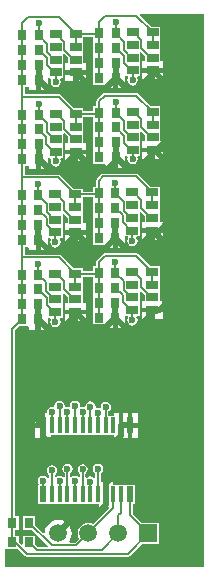
<source format=gtl>
%FSLAX44Y44*%
%MOMM*%
G71*
G01*
G75*
G04 Layer_Physical_Order=1*
G04 Layer_Color=255*
%ADD10R,1.0000X0.7250*%
%ADD11R,0.8000X0.9000*%
%ADD12R,0.6000X1.3500*%
%ADD13R,0.4000X1.3500*%
%ADD14C,0.5000*%
%ADD15C,0.2540*%
%ADD16C,0.2000*%
%ADD17R,1.5000X1.5000*%
%ADD18C,1.5000*%
%ADD19C,0.6000*%
G36*
X692145Y777855D02*
X523855D01*
Y793030D01*
X524910D01*
Y793030D01*
X534941D01*
X540449Y787522D01*
X541210Y787013D01*
X542107Y786835D01*
X542107Y786835D01*
X627890D01*
X627890Y786835D01*
X628787Y787013D01*
X629548Y787522D01*
X639676Y797650D01*
X653960D01*
Y815250D01*
X639676D01*
X631995Y822931D01*
Y831340D01*
X633950D01*
Y847440D01*
X615150D01*
Y850140D01*
X611150D01*
Y839390D01*
Y828640D01*
X611574D01*
X612060Y827467D01*
X598750Y814157D01*
X596657Y815023D01*
X594360Y815326D01*
X592063Y815023D01*
X589922Y814137D01*
X588084Y812726D01*
X586673Y810888D01*
X585787Y808747D01*
X585484Y806450D01*
X585787Y804153D01*
X586653Y802060D01*
X583229Y798635D01*
X578895D01*
X578333Y799774D01*
X579005Y800650D01*
X580164Y803448D01*
X580559Y806450D01*
X580164Y809452D01*
X579005Y812250D01*
X577162Y814652D01*
X574760Y816495D01*
X571962Y817654D01*
X568960Y818049D01*
X565958Y817654D01*
X563160Y816495D01*
X560758Y814652D01*
X558915Y812250D01*
X557756Y809452D01*
X557438Y807039D01*
X556236Y806631D01*
X549510Y813356D01*
Y821140D01*
X538910D01*
Y809540D01*
X546693D01*
X560235Y795998D01*
X559749Y794825D01*
X551531D01*
X549510Y796846D01*
Y804630D01*
X538910D01*
Y797353D01*
X537737Y796867D01*
X535510Y799094D01*
Y804630D01*
X532555D01*
Y809540D01*
X535510D01*
Y821140D01*
X532555D01*
Y978566D01*
X535749Y981760D01*
X543532D01*
D01*
X543532D01*
X544232Y981060D01*
Y979060D01*
X550232D01*
Y987560D01*
X554232D01*
Y979060D01*
X560232D01*
Y988985D01*
X560262D01*
Y988985D01*
X562359D01*
X562958Y987865D01*
X562512Y987198D01*
X562178Y985520D01*
X562512Y983842D01*
X563462Y982420D01*
X564884Y981469D01*
X566562Y981136D01*
X568240Y981469D01*
X569662Y982420D01*
X570613Y983842D01*
X570947Y985520D01*
X570613Y987198D01*
X570167Y987865D01*
X570766Y988985D01*
X572862D01*
Y998835D01*
X572862D01*
X572862Y999735D01*
X572862Y999735D01*
Y999735D01*
Y1009257D01*
X574036Y1009743D01*
X577262Y1006516D01*
Y1001535D01*
X574562D01*
Y995910D01*
X592562D01*
Y1001535D01*
X589862D01*
Y1009585D01*
X589862D01*
X589862Y1010485D01*
X589862Y1010485D01*
Y1010485D01*
Y1020335D01*
X589862D01*
X589862Y1021235D01*
X589862Y1021235D01*
Y1021235D01*
Y1023815D01*
X598092D01*
Y1021150D01*
X598092D01*
X598092Y1020425D01*
X598092D01*
Y1008825D01*
X598092D01*
X598092Y1007725D01*
X598092D01*
Y996125D01*
X598092D01*
X598092Y995025D01*
X598092D01*
Y983425D01*
X608692D01*
D01*
X608692D01*
X609392Y982725D01*
Y980725D01*
X615392D01*
Y989225D01*
X619392D01*
Y980725D01*
X625392D01*
Y990650D01*
X625422D01*
Y990650D01*
X627783D01*
X628382Y989530D01*
X627672Y988468D01*
X627338Y986790D01*
X627672Y985112D01*
X628622Y983690D01*
X630045Y982739D01*
X631722Y982406D01*
X633400Y982739D01*
X634822Y983690D01*
X635773Y985112D01*
X636106Y986790D01*
X635773Y988468D01*
X635063Y989530D01*
X635662Y990650D01*
X638022D01*
Y1000500D01*
X638022D01*
X638022Y1001400D01*
X638022Y1001400D01*
Y1001400D01*
Y1010921D01*
X639196Y1011408D01*
X642422Y1008181D01*
Y1003200D01*
X639722D01*
Y997575D01*
X657722D01*
Y1003200D01*
X655022D01*
Y1011250D01*
X655022D01*
X655022Y1012150D01*
X655022Y1012150D01*
Y1012150D01*
Y1022000D01*
X655022D01*
X655022Y1022900D01*
X655022Y1022900D01*
Y1022900D01*
Y1032750D01*
X647114D01*
X636758Y1043106D01*
X635997Y1043614D01*
X635100Y1043793D01*
X635099Y1043793D01*
X608378D01*
X608378Y1043793D01*
X607480Y1043614D01*
X606720Y1043106D01*
X601734Y1038120D01*
X601226Y1037360D01*
X601047Y1036462D01*
X601047Y1036462D01*
Y1032750D01*
X598092D01*
Y1028505D01*
X589862D01*
Y1031085D01*
X581954D01*
X571248Y1041790D01*
X570487Y1042299D01*
X569590Y1042477D01*
X569590Y1042477D01*
X540577D01*
Y1049070D01*
X543532D01*
D01*
X543532D01*
X544232Y1048370D01*
Y1046370D01*
X550232D01*
Y1054870D01*
X554232D01*
Y1046370D01*
X560232D01*
Y1056295D01*
X560262D01*
Y1056295D01*
X562359D01*
X562958Y1055175D01*
X562512Y1054508D01*
X562178Y1052830D01*
X562512Y1051152D01*
X563462Y1049730D01*
X564884Y1048780D01*
X566562Y1048446D01*
X568240Y1048780D01*
X569662Y1049730D01*
X570613Y1051152D01*
X570947Y1052830D01*
X570613Y1054508D01*
X570167Y1055175D01*
X570766Y1056295D01*
X572862D01*
Y1066145D01*
X572862D01*
X572862Y1067045D01*
X572862Y1067045D01*
Y1067045D01*
Y1076566D01*
X574036Y1077053D01*
X577262Y1073826D01*
Y1068845D01*
X574562D01*
Y1063220D01*
X592562D01*
Y1068845D01*
X589862D01*
Y1076895D01*
X589862D01*
X589862Y1077795D01*
X589862Y1077795D01*
Y1077795D01*
Y1087645D01*
X589862D01*
X589862Y1088545D01*
X589862Y1088545D01*
Y1088545D01*
Y1091125D01*
X598092D01*
Y1088460D01*
X598092D01*
X598092Y1087735D01*
X598092D01*
Y1076135D01*
X598092D01*
X598092Y1075035D01*
X598092D01*
Y1063435D01*
X598092D01*
X598092Y1062335D01*
X598092D01*
Y1050735D01*
X608692D01*
D01*
X608692D01*
X609392Y1050035D01*
Y1048035D01*
X615392D01*
Y1056535D01*
X619392D01*
Y1048035D01*
X625392D01*
Y1057960D01*
X625422D01*
Y1057960D01*
X627783D01*
X628382Y1056840D01*
X627672Y1055778D01*
X627338Y1054100D01*
X627672Y1052422D01*
X628622Y1051000D01*
X630045Y1050050D01*
X631722Y1049716D01*
X633400Y1050050D01*
X634822Y1051000D01*
X635773Y1052422D01*
X636106Y1054100D01*
X635773Y1055778D01*
X635063Y1056840D01*
X635662Y1057960D01*
X638022D01*
Y1067810D01*
X638022D01*
X638022Y1068710D01*
X638022Y1068710D01*
Y1068710D01*
Y1078232D01*
X639196Y1078718D01*
X642422Y1075491D01*
Y1070510D01*
X639722D01*
Y1064885D01*
X657722D01*
Y1070510D01*
X655022D01*
Y1078560D01*
X655022D01*
X655022Y1079460D01*
X655022Y1079460D01*
Y1079460D01*
Y1089310D01*
X655022D01*
X655022Y1090210D01*
X655022Y1090210D01*
Y1090210D01*
Y1100060D01*
X647114D01*
X636758Y1110416D01*
X635997Y1110924D01*
X635100Y1111103D01*
X635099Y1111103D01*
X607108D01*
X606210Y1110924D01*
X605906Y1110721D01*
X605449Y1110416D01*
X605449Y1110416D01*
X601734Y1106701D01*
X601226Y1105940D01*
X601047Y1105042D01*
X601047Y1105042D01*
Y1100060D01*
X598092D01*
Y1095815D01*
X589862D01*
Y1098395D01*
X581954D01*
X570742Y1109607D01*
X569981Y1110115D01*
X569083Y1110294D01*
X569083Y1110294D01*
X540825D01*
Y1117255D01*
X543780D01*
D01*
X543780D01*
X544480Y1116555D01*
Y1114555D01*
X550480D01*
Y1123055D01*
X554480D01*
Y1114555D01*
X560480D01*
Y1124480D01*
X560510D01*
Y1124480D01*
X562343D01*
X562941Y1123360D01*
X562760Y1123088D01*
X562426Y1121410D01*
X562760Y1119732D01*
X563710Y1118310D01*
X565132Y1117359D01*
X566810Y1117026D01*
X568488Y1117359D01*
X569910Y1118310D01*
X570860Y1119732D01*
X571194Y1121410D01*
X570860Y1123088D01*
X570679Y1123360D01*
X571277Y1124480D01*
X573110D01*
Y1134330D01*
X573110D01*
X573110Y1135230D01*
X573110Y1135230D01*
Y1135230D01*
Y1144752D01*
X574283Y1145238D01*
X577510Y1142011D01*
Y1137030D01*
X574810D01*
Y1131405D01*
X592810D01*
Y1137030D01*
X590110D01*
Y1145080D01*
X590110D01*
X590110Y1145980D01*
X590110Y1145980D01*
Y1145980D01*
Y1155830D01*
X590110D01*
X590110Y1156730D01*
X590110Y1156730D01*
Y1156730D01*
Y1159310D01*
X598340D01*
Y1156645D01*
X598340D01*
X598340Y1155920D01*
X598340D01*
Y1144320D01*
X598340D01*
X598340Y1143220D01*
X598340D01*
Y1131620D01*
X598340D01*
X598340Y1130520D01*
X598340D01*
Y1118920D01*
X608940D01*
D01*
X608940D01*
X609640Y1118220D01*
Y1116220D01*
X615640D01*
Y1124720D01*
X619640D01*
Y1116220D01*
X625640D01*
Y1126145D01*
X625670D01*
Y1126145D01*
X627439D01*
X628038Y1125025D01*
X627920Y1124848D01*
X627586Y1123170D01*
X627920Y1121492D01*
X628870Y1120070D01*
X630292Y1119119D01*
X631970Y1118786D01*
X633648Y1119119D01*
X635070Y1120070D01*
X636021Y1121492D01*
X636354Y1123170D01*
X636021Y1124848D01*
X635902Y1125025D01*
X636501Y1126145D01*
X638270D01*
Y1135995D01*
X638270D01*
X638270Y1136895D01*
X638270Y1136895D01*
Y1136895D01*
Y1146416D01*
X639443Y1146903D01*
X642670Y1143676D01*
Y1138695D01*
X639970D01*
Y1133070D01*
X657970D01*
Y1138695D01*
X655270D01*
Y1146745D01*
X655270D01*
X655270Y1147645D01*
X655270Y1147645D01*
Y1147645D01*
Y1157495D01*
X655270D01*
X655270Y1158395D01*
X655270Y1158395D01*
Y1158395D01*
Y1168245D01*
X647361D01*
X636858Y1178748D01*
X636097Y1179257D01*
X635200Y1179435D01*
X635200Y1179435D01*
X608130D01*
X607233Y1179257D01*
X606928Y1179053D01*
X606472Y1178748D01*
X606472Y1178748D01*
X601982Y1174258D01*
X601473Y1173497D01*
X601295Y1172600D01*
X601295Y1172600D01*
Y1168245D01*
X598340D01*
Y1164000D01*
X590110D01*
Y1166580D01*
X582201D01*
X571103Y1177678D01*
X570342Y1178186D01*
X569445Y1178365D01*
X569445Y1178365D01*
X540825D01*
Y1184565D01*
X543780D01*
D01*
X543780D01*
X544480Y1183865D01*
Y1181865D01*
X550480D01*
Y1190365D01*
X554480D01*
Y1181865D01*
X560480D01*
Y1191790D01*
X560510D01*
Y1191790D01*
X562343D01*
X562941Y1190670D01*
X562760Y1190398D01*
X562426Y1188720D01*
X562760Y1187042D01*
X563710Y1185620D01*
X565132Y1184669D01*
X566810Y1184336D01*
X568488Y1184669D01*
X569910Y1185620D01*
X570860Y1187042D01*
X571194Y1188720D01*
X570860Y1190398D01*
X570679Y1190670D01*
X571277Y1191790D01*
X573110D01*
Y1201640D01*
X573110D01*
X573110Y1202540D01*
X573110Y1202540D01*
Y1202540D01*
Y1212061D01*
X574283Y1212548D01*
X577510Y1209321D01*
Y1204340D01*
X574810D01*
Y1198715D01*
X592810D01*
Y1204340D01*
X590110D01*
Y1212390D01*
X590110D01*
X590110Y1213290D01*
X590110Y1213290D01*
Y1213290D01*
Y1223140D01*
X590110D01*
X590110Y1224040D01*
X590110Y1224040D01*
Y1224040D01*
Y1226620D01*
X598340D01*
Y1223955D01*
X598340D01*
X598340Y1223230D01*
X598340D01*
Y1211630D01*
X598340D01*
X598340Y1210530D01*
X598340D01*
Y1198930D01*
X598340D01*
X598340Y1197830D01*
X598340D01*
Y1186230D01*
X608940D01*
D01*
X608940D01*
X609640Y1185530D01*
Y1183530D01*
X615640D01*
Y1192030D01*
X619640D01*
Y1183530D01*
X625640D01*
Y1193455D01*
X625670D01*
Y1193455D01*
X627767D01*
X628365Y1192335D01*
X627920Y1191668D01*
X627586Y1189990D01*
X627920Y1188312D01*
X628870Y1186890D01*
X630292Y1185939D01*
X631970Y1185606D01*
X633648Y1185939D01*
X635070Y1186890D01*
X636021Y1188312D01*
X636354Y1189990D01*
X636021Y1191668D01*
X635575Y1192335D01*
X636173Y1193455D01*
X638270D01*
Y1203305D01*
X638270D01*
X638270Y1204205D01*
X638270Y1204205D01*
Y1204205D01*
Y1213727D01*
X639443Y1214213D01*
X642670Y1210986D01*
Y1206005D01*
X639970D01*
Y1200380D01*
X657970D01*
Y1206005D01*
X655270D01*
Y1214055D01*
X655270D01*
X655270Y1214955D01*
X655270Y1214955D01*
Y1214955D01*
Y1224805D01*
X655270D01*
X655270Y1225705D01*
X655270Y1225705D01*
Y1225705D01*
Y1235555D01*
X647361D01*
X637945Y1244972D01*
X638431Y1246145D01*
X692145D01*
Y777855D01*
D02*
G37*
%LPC*%
G36*
X581562Y991910D02*
X574562D01*
Y986285D01*
X581562D01*
Y991910D01*
D02*
G37*
G36*
X570150Y918704D02*
X568472Y918370D01*
X567050Y917420D01*
X566099Y915998D01*
X565766Y914320D01*
X565805Y914122D01*
X564907Y913224D01*
X563650Y913474D01*
X561972Y913140D01*
X560550Y912190D01*
X559599Y910768D01*
X559266Y909090D01*
X558896Y908640D01*
X558150D01*
Y897890D01*
Y887140D01*
X563150D01*
Y889840D01*
X616150D01*
Y887140D01*
X620150D01*
Y897890D01*
Y908640D01*
X616150D01*
Y905940D01*
X611495D01*
Y909975D01*
X612250Y910480D01*
X613200Y911902D01*
X613534Y913580D01*
X613200Y915258D01*
X612250Y916680D01*
X610828Y917630D01*
X609150Y917964D01*
X607472Y917630D01*
X606050Y916680D01*
X605099Y915258D01*
X604766Y913580D01*
X604766Y913580D01*
X604766Y913580D01*
X604328Y912701D01*
D01*
X604328Y912701D01*
X602650Y913034D01*
X601393Y912784D01*
X600495Y913682D01*
X600534Y913880D01*
X600201Y915558D01*
X599250Y916980D01*
X597828Y917931D01*
X596150Y918264D01*
X594472Y917931D01*
X593050Y916980D01*
X592099Y915558D01*
X591766Y913880D01*
X591766Y913880D01*
X591766Y913880D01*
X591328Y913001D01*
D01*
X591328Y913001D01*
X589650Y913334D01*
X588393Y913084D01*
X587495Y913982D01*
X587534Y914180D01*
X587200Y915858D01*
X586250Y917280D01*
X584828Y918231D01*
X583150Y918564D01*
X581472Y918231D01*
X580050Y917280D01*
X579099Y915858D01*
X578766Y914180D01*
X578766Y914180D01*
X578766Y914180D01*
X578328Y913301D01*
D01*
X578328Y913301D01*
X576650Y913634D01*
X575426Y913391D01*
X574528Y914289D01*
X574534Y914320D01*
X574200Y915998D01*
X573250Y917420D01*
X571828Y918370D01*
X570150Y918704D01*
D02*
G37*
G36*
X592562Y991910D02*
X585562D01*
Y986285D01*
X592562D01*
Y991910D01*
D02*
G37*
G36*
X657722Y993575D02*
X650722D01*
Y987950D01*
X657722D01*
Y993575D01*
D02*
G37*
G36*
X646722D02*
X639722D01*
Y987950D01*
X646722D01*
Y993575D01*
D02*
G37*
G36*
X636650Y908640D02*
X631650D01*
Y899890D01*
X636650D01*
Y908640D01*
D02*
G37*
G36*
X554150Y895890D02*
X549150D01*
Y887140D01*
X554150D01*
Y895890D01*
D02*
G37*
G36*
X602650Y865444D02*
X600972Y865110D01*
X599550Y864160D01*
X598599Y862738D01*
X598266Y861060D01*
X598599Y859382D01*
X599550Y857960D01*
X600305Y857455D01*
Y854185D01*
X599837Y853872D01*
X599185Y853524D01*
X597828Y854431D01*
X596150Y854764D01*
X594472Y854431D01*
X593115Y853524D01*
X592463Y853872D01*
X591995Y854185D01*
Y857085D01*
X592750Y857590D01*
X593700Y859012D01*
X594034Y860690D01*
X593700Y862368D01*
X592750Y863790D01*
X591328Y864741D01*
X589650Y865074D01*
X587972Y864741D01*
X586550Y863790D01*
X585599Y862368D01*
X585266Y860690D01*
X585599Y859012D01*
X586550Y857590D01*
X587305Y857085D01*
Y854485D01*
X586837Y854172D01*
X586185Y853824D01*
X584828Y854731D01*
X583150Y855064D01*
X581472Y854731D01*
X580115Y853824D01*
X579463Y854172D01*
X578995Y854485D01*
Y857455D01*
X579750Y857960D01*
X580700Y859382D01*
X581034Y861060D01*
X580700Y862738D01*
X579750Y864160D01*
X578328Y865110D01*
X576650Y865444D01*
X574972Y865110D01*
X573550Y864160D01*
X572599Y862738D01*
X572266Y861060D01*
X572599Y859382D01*
X573550Y857960D01*
X574305Y857455D01*
Y854625D01*
X573837Y854312D01*
X573185Y853964D01*
X571828Y854870D01*
X570150Y855204D01*
X568472Y854870D01*
X567115Y853964D01*
X566463Y854312D01*
X565995Y854625D01*
Y856185D01*
X566750Y856690D01*
X567700Y858112D01*
X568034Y859790D01*
X567700Y861468D01*
X566750Y862890D01*
X565328Y863840D01*
X563650Y864174D01*
X561972Y863840D01*
X560550Y862890D01*
X559599Y861468D01*
X559266Y859790D01*
X559599Y858112D01*
X560550Y856690D01*
X561305Y856185D01*
Y853113D01*
X560089Y852744D01*
X559250Y854000D01*
X557828Y854950D01*
X556150Y855284D01*
X554472Y854950D01*
X553050Y854000D01*
X552099Y852578D01*
X551766Y850900D01*
X552099Y849222D01*
X552542Y848560D01*
X551943Y847440D01*
X551850D01*
Y831340D01*
X603150D01*
Y828640D01*
X607150D01*
Y839390D01*
Y850140D01*
X604995D01*
Y857455D01*
X605750Y857960D01*
X606701Y859382D01*
X607034Y861060D01*
X606701Y862738D01*
X605750Y864160D01*
X604328Y865110D01*
X602650Y865444D01*
D02*
G37*
G36*
X627650Y908640D02*
X624150D01*
Y897890D01*
Y887140D01*
X627650D01*
Y897890D01*
Y908640D01*
D02*
G37*
G36*
X554150D02*
X549150D01*
Y899890D01*
X554150D01*
Y908640D01*
D02*
G37*
G36*
X636650Y895890D02*
X631650D01*
Y887140D01*
X636650D01*
Y895890D01*
D02*
G37*
G36*
X581562Y1059220D02*
X574562D01*
Y1053595D01*
X581562D01*
Y1059220D01*
D02*
G37*
G36*
X581810Y1194715D02*
X574810D01*
Y1189090D01*
X581810D01*
Y1194715D01*
D02*
G37*
G36*
X657970Y1129070D02*
X650970D01*
Y1123445D01*
X657970D01*
Y1129070D01*
D02*
G37*
G36*
X592810Y1194715D02*
X585810D01*
Y1189090D01*
X592810D01*
Y1194715D01*
D02*
G37*
G36*
X657970Y1196380D02*
X650970D01*
Y1190755D01*
X657970D01*
Y1196380D01*
D02*
G37*
G36*
X646970D02*
X639970D01*
Y1190755D01*
X646970D01*
Y1196380D01*
D02*
G37*
G36*
Y1129070D02*
X639970D01*
Y1123445D01*
X646970D01*
Y1129070D01*
D02*
G37*
G36*
X646722Y1060885D02*
X639722D01*
Y1055260D01*
X646722D01*
Y1060885D01*
D02*
G37*
G36*
X592562Y1059220D02*
X585562D01*
Y1053595D01*
X592562D01*
Y1059220D01*
D02*
G37*
G36*
X657722Y1060885D02*
X650722D01*
Y1055260D01*
X657722D01*
Y1060885D01*
D02*
G37*
G36*
X592810Y1127405D02*
X585810D01*
Y1121780D01*
X592810D01*
Y1127405D01*
D02*
G37*
G36*
X581810D02*
X574810D01*
Y1121780D01*
X581810D01*
Y1127405D01*
D02*
G37*
%LPD*%
D10*
X566810Y1161655D02*
D03*
Y1150905D02*
D03*
Y1140155D02*
D03*
Y1129405D02*
D03*
X583810Y1161655D02*
D03*
Y1150905D02*
D03*
Y1140155D02*
D03*
Y1129405D02*
D03*
X566562Y1026160D02*
D03*
Y1015410D02*
D03*
Y1004660D02*
D03*
Y993910D02*
D03*
X583562Y1026160D02*
D03*
Y1015410D02*
D03*
Y1004660D02*
D03*
Y993910D02*
D03*
X566562Y1093470D02*
D03*
Y1082720D02*
D03*
Y1071970D02*
D03*
Y1061220D02*
D03*
X583562Y1093470D02*
D03*
Y1082720D02*
D03*
Y1071970D02*
D03*
Y1061220D02*
D03*
X631722Y1027825D02*
D03*
Y1017075D02*
D03*
Y1006325D02*
D03*
Y995575D02*
D03*
X648722Y1027825D02*
D03*
Y1017075D02*
D03*
Y1006325D02*
D03*
Y995575D02*
D03*
X566810Y1228965D02*
D03*
Y1218215D02*
D03*
Y1207465D02*
D03*
Y1196715D02*
D03*
X583810Y1228965D02*
D03*
Y1218215D02*
D03*
Y1207465D02*
D03*
Y1196715D02*
D03*
X631970Y1163320D02*
D03*
Y1152570D02*
D03*
Y1141820D02*
D03*
Y1131070D02*
D03*
X648970Y1163320D02*
D03*
Y1152570D02*
D03*
Y1141820D02*
D03*
Y1131070D02*
D03*
X631722Y1095135D02*
D03*
Y1084385D02*
D03*
Y1073635D02*
D03*
Y1062885D02*
D03*
X648722Y1095135D02*
D03*
Y1084385D02*
D03*
Y1073635D02*
D03*
Y1062885D02*
D03*
X631970Y1230630D02*
D03*
Y1219880D02*
D03*
Y1209130D02*
D03*
Y1198380D02*
D03*
X648970Y1230630D02*
D03*
Y1219880D02*
D03*
Y1209130D02*
D03*
Y1198380D02*
D03*
D11*
X552480Y1160780D02*
D03*
X538480D02*
D03*
X552480Y1148455D02*
D03*
X538480D02*
D03*
Y1190365D02*
D03*
X552480D02*
D03*
X603640Y1137420D02*
D03*
X617640D02*
D03*
X538480Y1135755D02*
D03*
X552480D02*
D03*
X603640Y1124720D02*
D03*
X617640D02*
D03*
X538480Y1123055D02*
D03*
X552480D02*
D03*
Y1228090D02*
D03*
X538480D02*
D03*
Y1203065D02*
D03*
X552480D02*
D03*
Y1215765D02*
D03*
X538480D02*
D03*
X603392Y1081935D02*
D03*
X617392D02*
D03*
X603640Y1192030D02*
D03*
X617640D02*
D03*
X603640Y1162445D02*
D03*
X617640D02*
D03*
X603392Y1069235D02*
D03*
X617392D02*
D03*
X603392Y1094260D02*
D03*
X617392D02*
D03*
X603392Y1056535D02*
D03*
X617392D02*
D03*
X603640Y1204730D02*
D03*
X617640D02*
D03*
Y1217430D02*
D03*
X603640D02*
D03*
X617640Y1229755D02*
D03*
X603640D02*
D03*
X538232Y1054870D02*
D03*
X552232D02*
D03*
X530210Y815340D02*
D03*
X544210D02*
D03*
X530210Y798830D02*
D03*
X544210D02*
D03*
X538232Y1025285D02*
D03*
X552232D02*
D03*
X538232Y987560D02*
D03*
X552232D02*
D03*
X538232Y1000260D02*
D03*
X552232D02*
D03*
X603392Y1001925D02*
D03*
X617392D02*
D03*
X603392Y1026950D02*
D03*
X617392D02*
D03*
X603392Y1014625D02*
D03*
X617392D02*
D03*
X538232Y1092595D02*
D03*
X552232D02*
D03*
X538232Y1080270D02*
D03*
X552232D02*
D03*
X538232Y1012960D02*
D03*
X552232D02*
D03*
X603392Y989225D02*
D03*
X617392D02*
D03*
X603640Y1150120D02*
D03*
X617640D02*
D03*
X538232Y1067570D02*
D03*
X552232D02*
D03*
D12*
X629650Y897890D02*
D03*
X556150D02*
D03*
X629650Y839390D02*
D03*
X556150D02*
D03*
D13*
X622150Y897890D02*
D03*
X615650D02*
D03*
X609150D02*
D03*
X602650D02*
D03*
X596150D02*
D03*
X589650D02*
D03*
X583150D02*
D03*
X576650D02*
D03*
X570150D02*
D03*
X563650D02*
D03*
X622150Y839390D02*
D03*
X615650D02*
D03*
X609150D02*
D03*
X602650D02*
D03*
X596150D02*
D03*
X589650D02*
D03*
X583150D02*
D03*
X576650D02*
D03*
X570150D02*
D03*
X563650D02*
D03*
D14*
X618490Y858520D02*
Y885190D01*
X609150Y849180D02*
X618490Y858520D01*
X609150Y839390D02*
Y849180D01*
Y830130D02*
Y839390D01*
X583562Y991232D02*
Y993910D01*
X570230Y977900D02*
X583562Y991232D01*
X561892Y977900D02*
X570230D01*
X552232Y987560D02*
X561892Y977900D01*
X607337Y979170D02*
X617392Y989225D01*
X598302Y979170D02*
X607337D01*
X583562Y993910D02*
X598302Y979170D01*
X633730Y977900D02*
X648722Y992892D01*
X628717Y977900D02*
X633730D01*
X617392Y989225D02*
X628717Y977900D01*
X648722Y992892D02*
Y995575D01*
X659130Y999490D02*
Y1052477D01*
X655215Y995575D02*
X659130Y999490D01*
X650232Y995575D02*
X655215D01*
X651969Y1059639D02*
X659130Y1052477D01*
X648722Y1060202D02*
Y1062885D01*
X635000Y1046480D02*
X648722Y1060202D01*
X627447Y1046480D02*
X635000D01*
X617392Y1056535D02*
X627447Y1046480D01*
X607337D02*
X617392Y1056535D01*
X598302Y1046480D02*
X607337D01*
X583562Y1061220D02*
X598302Y1046480D01*
X570230Y1045210D02*
X583562Y1058542D01*
X561892Y1045210D02*
X570230D01*
X552232Y1054870D02*
X561892Y1045210D01*
X583562Y1058542D02*
Y1061220D01*
X648722Y1062885D02*
X655215D01*
X660400Y1068070D01*
Y1121150D01*
X651380Y1130170D02*
X660400Y1121150D01*
X648970Y1127760D02*
Y1131070D01*
X637540Y1116330D02*
X648970Y1127760D01*
X626030Y1116330D02*
X637540D01*
X617640Y1124720D02*
X626030Y1116330D01*
X610870Y1115060D02*
X617640Y1121830D01*
X598155Y1115060D02*
X610870D01*
X583810Y1129405D02*
X598155Y1115060D01*
X583810Y1127370D02*
Y1129405D01*
X570230Y1113790D02*
X583810Y1127370D01*
X561745Y1113790D02*
X570230D01*
X552480Y1123055D02*
X561745Y1113790D01*
X660400Y1139190D02*
Y1186950D01*
X651380Y1130170D02*
X660400Y1139190D01*
X648970Y1198380D02*
X660400Y1186950D01*
X648970Y1195070D02*
Y1198380D01*
X636270Y1182370D02*
X648970Y1195070D01*
X627300Y1182370D02*
X636270D01*
X617640Y1192030D02*
X627300Y1182370D01*
X609250Y1183640D02*
X617640Y1192030D01*
X596885Y1183640D02*
X609250D01*
X583810Y1196715D02*
X596885Y1183640D01*
X583810Y1188330D02*
Y1196715D01*
X576580Y1181100D02*
X583810Y1188330D01*
X561745Y1181100D02*
X576580D01*
X552480Y1190365D02*
X561745Y1181100D01*
X617392Y989225D02*
Y1001925D01*
X617640Y1192030D02*
Y1204730D01*
X552480Y1190365D02*
Y1203065D01*
X617640Y1124720D02*
Y1137420D01*
X552232Y1054870D02*
Y1067570D01*
X552480Y1123055D02*
Y1135755D01*
X552232Y987560D02*
Y1000260D01*
X617392Y1056535D02*
Y1069235D01*
X568960Y806450D02*
X586740Y824230D01*
X603250D01*
X609150Y830130D01*
X622150Y897890D02*
X629650D01*
X556150Y887840D02*
Y897890D01*
X622150Y888850D02*
Y897890D01*
X556150Y887840D02*
X558800Y885190D01*
X618490D01*
X622150Y888850D01*
X552232Y901808D02*
Y987560D01*
Y901808D02*
X556150Y897890D01*
D15*
X617640Y1121830D02*
Y1124720D01*
D16*
X603392Y989225D02*
Y1001925D01*
Y1014625D01*
X647595Y1006325D02*
X648722D01*
X639022Y1014897D02*
X647595Y1006325D01*
X639022Y1014897D02*
Y1021653D01*
X632850Y1027825D02*
X639022Y1021653D01*
X631722Y1027825D02*
X632850D01*
X630595Y995575D02*
X631722D01*
X623692Y1002477D02*
X630595Y995575D01*
X623692Y1002477D02*
Y1008295D01*
X617392Y1014595D02*
X623692Y1008295D01*
X630595Y1006325D02*
X631722D01*
X624422Y1012497D02*
X630595Y1006325D01*
X624422Y1012497D02*
Y1019920D01*
X617392Y1026950D02*
X624422Y1019920D01*
X630842Y1198380D02*
X631970D01*
X624610Y1204612D02*
X630842Y1198380D01*
X624610Y1204612D02*
Y1210460D01*
X617640Y1217430D02*
X624610Y1210460D01*
X630842Y1209130D02*
X631970D01*
X624610Y1215362D02*
X630842Y1209130D01*
X624610Y1215362D02*
Y1222785D01*
X617640Y1229755D02*
X624610Y1222785D01*
X603640Y1192030D02*
Y1204730D01*
Y1217430D01*
X647842Y1209130D02*
X648970D01*
X639270Y1217702D02*
X647842Y1209130D01*
X639270Y1217702D02*
Y1224458D01*
X633098Y1230630D02*
X639270Y1224458D01*
X631970Y1230630D02*
X633098D01*
X538480Y1190365D02*
Y1203065D01*
Y1215765D01*
Y1228090D01*
X565682Y1196715D02*
X566810D01*
X559450Y1202947D02*
X565682Y1196715D01*
X559450Y1202947D02*
Y1208795D01*
X552480Y1215765D02*
X559450Y1208795D01*
X565682Y1207465D02*
X566810D01*
X559450Y1213697D02*
X565682Y1207465D01*
X559450Y1213697D02*
Y1221120D01*
X552480Y1228090D02*
X559450Y1221120D01*
X582682Y1207465D02*
X583810D01*
X574110Y1216037D02*
X582682Y1207465D01*
X574110Y1216037D02*
Y1222793D01*
X567938Y1228965D02*
X574110Y1222793D01*
X603640Y1124720D02*
Y1137420D01*
Y1150120D01*
X630842Y1131070D02*
X631970D01*
X624610Y1137302D02*
X630842Y1131070D01*
X624610Y1137302D02*
Y1143150D01*
X617640Y1150120D02*
X624610Y1143150D01*
X630842Y1141820D02*
X631970D01*
X624670Y1147992D02*
X630842Y1141820D01*
X624670Y1147992D02*
Y1155415D01*
X617640Y1162445D02*
X624670Y1155415D01*
X647842Y1141820D02*
X648970D01*
X639270Y1150392D02*
X647842Y1141820D01*
X639270Y1150392D02*
Y1157148D01*
X633098Y1163320D02*
X639270Y1157148D01*
X538232Y1054870D02*
Y1067570D01*
Y1080270D01*
Y1092595D01*
X565435Y1061220D02*
X566562D01*
X559202Y1067452D02*
X565435Y1061220D01*
X559202Y1067452D02*
Y1073300D01*
X552232Y1080270D02*
X559202Y1073300D01*
X565435Y1071970D02*
X566562D01*
X559262Y1078142D02*
X565435Y1071970D01*
X559262Y1078142D02*
Y1085565D01*
X552232Y1092595D02*
X559262Y1085565D01*
X582435Y1071970D02*
X583562D01*
X573862Y1080542D02*
X582435Y1071970D01*
X573862Y1080542D02*
Y1087298D01*
X567690Y1093470D02*
X573862Y1087298D01*
X538480Y1123055D02*
Y1135755D01*
Y1148455D01*
Y1160780D01*
X582682Y1140155D02*
X583810D01*
X574110Y1148727D02*
X582682Y1140155D01*
X574110Y1148727D02*
Y1155483D01*
X567938Y1161655D02*
X574110Y1155483D01*
X565682Y1129405D02*
X566810D01*
X558780Y1136307D02*
X565682Y1129405D01*
X558780Y1136307D02*
Y1142155D01*
X552480Y1148455D02*
X558780Y1142155D01*
X565682Y1140155D02*
X566810D01*
X559510Y1146327D02*
X565682Y1140155D01*
X559510Y1146327D02*
Y1153750D01*
X552480Y1160780D02*
X559510Y1153750D01*
X538232Y987560D02*
Y1000260D01*
Y1012960D01*
Y1025285D01*
X565435Y993910D02*
X566562D01*
X559262Y1000082D02*
X565435Y993910D01*
X559262Y1000082D02*
Y1005930D01*
X552232Y1012960D02*
X559262Y1005930D01*
X565435Y1004660D02*
X566562D01*
X558532Y1011562D02*
X565435Y1004660D01*
X558532Y1011562D02*
Y1018985D01*
X552232Y1025285D02*
X558532Y1018985D01*
X582435Y1004660D02*
X583562D01*
X573862Y1013232D02*
X582435Y1004660D01*
X573862Y1013232D02*
Y1019988D01*
X567690Y1026160D02*
X573862Y1019988D01*
X603392Y1056535D02*
Y1069235D01*
Y1081935D01*
X647595Y1073635D02*
X648722D01*
X639022Y1082207D02*
X647595Y1073635D01*
X639022Y1082207D02*
Y1088963D01*
X632850Y1095135D02*
X639022Y1088963D01*
X630595Y1062885D02*
X631722D01*
X623692Y1069787D02*
X630595Y1062885D01*
X623692Y1069787D02*
Y1075635D01*
X617392Y1081935D02*
X623692Y1075635D01*
X630595Y1073635D02*
X631722D01*
X624422Y1079807D02*
X630595Y1073635D01*
X624422Y1079807D02*
Y1087230D01*
X617392Y1094260D02*
X624422Y1087230D01*
X583810Y1228965D02*
X602850D01*
X603640Y1217430D02*
Y1229755D01*
X583810Y1161655D02*
X602850D01*
X603640Y1150120D02*
Y1162445D01*
X583562Y1093470D02*
X602602D01*
X603392Y1081935D02*
Y1094260D01*
X583562Y1026160D02*
X602602D01*
X603392Y1014625D02*
Y1026950D01*
X538232Y1092595D02*
X538480Y1092843D01*
X544210Y815340D02*
X563260Y796290D01*
X584200D01*
X594360Y806450D01*
X544210Y798830D02*
X550560Y792480D01*
X605790D01*
X619760Y806450D01*
X530210Y798830D02*
X532457D01*
X542107Y789180D01*
X627890D01*
X645160Y806450D01*
X530210Y798830D02*
Y815340D01*
X594360Y806450D02*
X615650Y827740D01*
Y839390D01*
X619760Y806450D02*
Y821690D01*
X622150Y824080D01*
Y839390D01*
X629650Y821960D02*
X645160Y806450D01*
X629650Y821960D02*
Y839390D01*
X530210Y979538D02*
X538232Y987560D01*
X530210Y815340D02*
Y979538D01*
X648722Y1017075D02*
Y1027825D01*
X583562Y1015410D02*
Y1026160D01*
X648722Y1084385D02*
Y1095135D01*
X583562Y1082720D02*
Y1093470D01*
X648970Y1152570D02*
Y1163320D01*
X583810Y1150905D02*
Y1161655D01*
X648970Y1219880D02*
Y1230630D01*
X583810Y1218215D02*
Y1228965D01*
X552480Y1228090D02*
Y1238220D01*
X617640Y1229755D02*
Y1239100D01*
X552480Y1160780D02*
Y1169670D01*
X617640Y1162445D02*
Y1171790D01*
X552232Y1092595D02*
Y1102142D01*
X617392Y1094260D02*
Y1103458D01*
X552232Y1025285D02*
Y1034832D01*
X617392Y1026950D02*
Y1036148D01*
X538480Y1228090D02*
Y1238250D01*
X543750Y1243520D01*
X569255D01*
X583810Y1228965D01*
X603640Y1229755D02*
Y1239240D01*
X608800Y1244400D01*
X635200D01*
X648970Y1230630D01*
X538480Y1176020D02*
X569445D01*
X538480Y1160780D02*
Y1176020D01*
Y1190365D01*
X569445Y1176020D02*
X583810Y1161655D01*
X603640Y1162445D02*
Y1172600D01*
X608130Y1177090D01*
X635200D01*
X648970Y1163320D01*
X538480Y1107949D02*
X569083D01*
X583562Y1093470D01*
X538480Y1092843D02*
Y1107949D01*
Y1123055D01*
X603392Y1094260D02*
Y1105042D01*
X607108Y1108758D01*
X635100D01*
X648722Y1095135D01*
X538232Y1040130D02*
X538234Y1040132D01*
X569590D01*
X583562Y1026160D01*
X538232Y1025285D02*
Y1040130D01*
Y1054870D01*
X603392Y1026950D02*
Y1036462D01*
X608378Y1041448D01*
X635100D01*
X648722Y1027825D01*
X566810Y1188720D02*
Y1196715D01*
X631970Y1189990D02*
Y1198380D01*
X566810Y1121410D02*
Y1129405D01*
X631970Y1123170D02*
Y1131070D01*
X566562Y1052830D02*
Y1061220D01*
X631722Y1054100D02*
Y1062885D01*
X566562Y985520D02*
Y993910D01*
X631722Y986790D02*
Y995575D01*
X556150Y839390D02*
Y850900D01*
X570150Y839390D02*
Y850820D01*
X576650Y839390D02*
Y861060D01*
X583150Y839390D02*
Y850680D01*
X596150Y839390D02*
Y850380D01*
X602650Y839390D02*
Y861060D01*
X563650Y897890D02*
Y909090D01*
X570150Y897890D02*
Y914320D01*
X576650Y897890D02*
Y909250D01*
X583150Y897890D02*
Y914180D01*
X589650Y897890D02*
Y908950D01*
X596150Y897890D02*
Y913880D01*
X602650Y897890D02*
Y908650D01*
X609150Y897890D02*
Y913580D01*
X589650Y839390D02*
Y860690D01*
X563650Y839390D02*
Y859790D01*
D17*
X645160Y806450D02*
D03*
D18*
X619760D02*
D03*
X594360D02*
D03*
X568960D02*
D03*
D19*
X552480Y1238220D02*
D03*
X617640Y1239100D02*
D03*
Y1171790D02*
D03*
X552232Y1102142D02*
D03*
X617392Y1103458D02*
D03*
X552232Y1034832D02*
D03*
X617392Y1036148D02*
D03*
X552480Y1169670D02*
D03*
X566810Y1188720D02*
D03*
X631970Y1189990D02*
D03*
X566810Y1121410D02*
D03*
X631970Y1123170D02*
D03*
X566562Y1052830D02*
D03*
X631722Y1054100D02*
D03*
X566562Y985520D02*
D03*
X631722Y986790D02*
D03*
X570150Y850820D02*
D03*
X583150Y850680D02*
D03*
X596150Y850380D02*
D03*
X563650Y909090D02*
D03*
X570150Y914320D02*
D03*
X576650Y909250D02*
D03*
X583150Y914180D02*
D03*
X589650Y908950D02*
D03*
X596150Y913880D02*
D03*
X602650Y908650D02*
D03*
X609150Y913580D02*
D03*
X556150Y850900D02*
D03*
X576650Y861060D02*
D03*
X589650Y860690D02*
D03*
X602650Y861060D02*
D03*
X563650Y859790D02*
D03*
M02*

</source>
